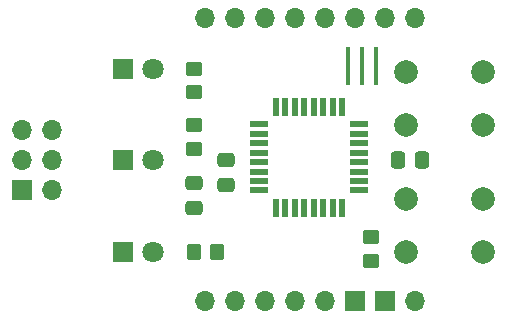
<source format=gbr>
%TF.GenerationSoftware,KiCad,Pcbnew,(6.0.9)*%
%TF.CreationDate,2024-02-06T02:56:22+01:00*%
%TF.ProjectId,HBW-1W-T10-Platine2,4842572d-3157-42d5-9431-302d506c6174,rev?*%
%TF.SameCoordinates,Original*%
%TF.FileFunction,Soldermask,Top*%
%TF.FilePolarity,Negative*%
%FSLAX46Y46*%
G04 Gerber Fmt 4.6, Leading zero omitted, Abs format (unit mm)*
G04 Created by KiCad (PCBNEW (6.0.9)) date 2024-02-06 02:56:22*
%MOMM*%
%LPD*%
G01*
G04 APERTURE LIST*
G04 Aperture macros list*
%AMRoundRect*
0 Rectangle with rounded corners*
0 $1 Rounding radius*
0 $2 $3 $4 $5 $6 $7 $8 $9 X,Y pos of 4 corners*
0 Add a 4 corners polygon primitive as box body*
4,1,4,$2,$3,$4,$5,$6,$7,$8,$9,$2,$3,0*
0 Add four circle primitives for the rounded corners*
1,1,$1+$1,$2,$3*
1,1,$1+$1,$4,$5*
1,1,$1+$1,$6,$7*
1,1,$1+$1,$8,$9*
0 Add four rect primitives between the rounded corners*
20,1,$1+$1,$2,$3,$4,$5,0*
20,1,$1+$1,$4,$5,$6,$7,0*
20,1,$1+$1,$6,$7,$8,$9,0*
20,1,$1+$1,$8,$9,$2,$3,0*%
G04 Aperture macros list end*
%ADD10RoundRect,0.250000X0.450000X-0.350000X0.450000X0.350000X-0.450000X0.350000X-0.450000X-0.350000X0*%
%ADD11R,1.800000X1.800000*%
%ADD12C,1.800000*%
%ADD13RoundRect,0.250000X0.350000X0.450000X-0.350000X0.450000X-0.350000X-0.450000X0.350000X-0.450000X0*%
%ADD14R,0.400000X3.200000*%
%ADD15C,2.000000*%
%ADD16O,1.700000X1.700000*%
%ADD17R,1.700000X1.700000*%
%ADD18RoundRect,0.250000X-0.337500X-0.475000X0.337500X-0.475000X0.337500X0.475000X-0.337500X0.475000X0*%
%ADD19RoundRect,0.250000X0.475000X-0.337500X0.475000X0.337500X-0.475000X0.337500X-0.475000X-0.337500X0*%
%ADD20RoundRect,0.250000X-0.475000X0.337500X-0.475000X-0.337500X0.475000X-0.337500X0.475000X0.337500X0*%
%ADD21RoundRect,0.250000X-0.450000X0.350000X-0.450000X-0.350000X0.450000X-0.350000X0.450000X0.350000X0*%
%ADD22R,1.600000X0.550000*%
%ADD23R,0.550000X1.600000*%
G04 APERTURE END LIST*
D10*
%TO.C,R1*%
X139750000Y-68250000D03*
X139750000Y-66250000D03*
%TD*%
D11*
%TO.C,D3*%
X133725000Y-61500000D03*
D12*
X136265000Y-61500000D03*
%TD*%
D13*
%TO.C,R4*%
X141750000Y-77000000D03*
X139750000Y-77000000D03*
%TD*%
D11*
%TO.C,D2*%
X133725000Y-77000000D03*
D12*
X136265000Y-77000000D03*
%TD*%
D14*
%TO.C,Y1*%
X155200000Y-61250000D03*
X154000000Y-61250000D03*
X152800000Y-61250000D03*
%TD*%
D15*
%TO.C,SW2*%
X157750000Y-72500000D03*
X164250000Y-72500000D03*
X157750000Y-77000000D03*
X164250000Y-77000000D03*
%TD*%
D16*
%TO.C,J2*%
X140717800Y-81191600D03*
X143257800Y-81191600D03*
X145797800Y-81191600D03*
X148337800Y-81191600D03*
X150877800Y-81191600D03*
D17*
X153417800Y-81191600D03*
X155957800Y-81191600D03*
D16*
X158497800Y-81191600D03*
%TD*%
D18*
%TO.C,C1*%
X157000000Y-69250000D03*
X159075000Y-69250000D03*
%TD*%
D15*
%TO.C,SW1*%
X164250000Y-61750000D03*
X157750000Y-61750000D03*
X164250000Y-66250000D03*
X157750000Y-66250000D03*
%TD*%
D19*
%TO.C,C3*%
X142500000Y-71325000D03*
X142500000Y-69250000D03*
%TD*%
D20*
%TO.C,C2*%
X139750000Y-71212500D03*
X139750000Y-73287500D03*
%TD*%
D16*
%TO.C,J1*%
X140717800Y-57166600D03*
X143257800Y-57166600D03*
X145797800Y-57166600D03*
X148337800Y-57166600D03*
X150877800Y-57166600D03*
X153417800Y-57166600D03*
X155957800Y-57166600D03*
X158497800Y-57166600D03*
%TD*%
D11*
%TO.C,D1*%
X133725000Y-69250000D03*
D12*
X136265000Y-69250000D03*
%TD*%
D16*
%TO.C,J3*%
X127750000Y-71775000D03*
D17*
X125210000Y-71775000D03*
D16*
X127750000Y-69235000D03*
X125210000Y-69235000D03*
X127750000Y-66695000D03*
X125210000Y-66695000D03*
%TD*%
D21*
%TO.C,R2*%
X139750000Y-61500000D03*
X139750000Y-63500000D03*
%TD*%
D10*
%TO.C,R3*%
X154750000Y-77750000D03*
X154750000Y-75750000D03*
%TD*%
D22*
%TO.C,IC1*%
X153750000Y-71800000D03*
X153750000Y-71000000D03*
X153750000Y-70200000D03*
X153750000Y-69400000D03*
X153750000Y-68600000D03*
X153750000Y-67800000D03*
X153750000Y-67000000D03*
X153750000Y-66200000D03*
D23*
X152300000Y-64750000D03*
X151500000Y-64750000D03*
X150700000Y-64750000D03*
X149900000Y-64750000D03*
X149100000Y-64750000D03*
X148300000Y-64750000D03*
X147500000Y-64750000D03*
X146700000Y-64750000D03*
D22*
X145250000Y-66200000D03*
X145250000Y-67000000D03*
X145250000Y-67800000D03*
X145250000Y-68600000D03*
X145250000Y-69400000D03*
X145250000Y-70200000D03*
X145250000Y-71000000D03*
X145250000Y-71800000D03*
D23*
X146700000Y-73250000D03*
X147500000Y-73250000D03*
X148300000Y-73250000D03*
X149100000Y-73250000D03*
X149900000Y-73250000D03*
X150700000Y-73250000D03*
X151500000Y-73250000D03*
X152300000Y-73250000D03*
%TD*%
M02*

</source>
